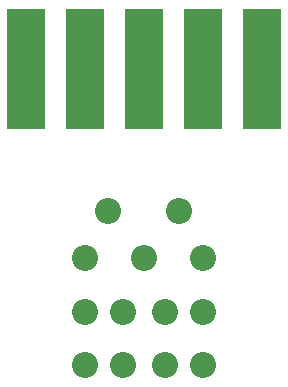
<source format=gbs>
G04*
G04 #@! TF.GenerationSoftware,Altium Limited,Altium Designer,21.3.2 (30)*
G04*
G04 Layer_Color=16711935*
%FSLAX25Y25*%
%MOIN*%
G70*
G04*
G04 #@! TF.SameCoordinates,B7D7C0A0-A55D-4CC8-836F-116C6F14137B*
G04*
G04*
G04 #@! TF.FilePolarity,Negative*
G04*
G01*
G75*
%ADD16R,0.12611X0.40170*%
%ADD17C,0.08674*%
D16*
X25591Y129921D02*
D03*
X64961D02*
D03*
X45276D02*
D03*
X84646D02*
D03*
X5906D02*
D03*
D17*
X64961Y66929D02*
D03*
X57087Y82677D02*
D03*
X45276Y66929D02*
D03*
X33465Y82677D02*
D03*
X25591Y66929D02*
D03*
X64961Y31496D02*
D03*
X52165D02*
D03*
X38386D02*
D03*
X25591D02*
D03*
X64961Y49213D02*
D03*
X52165D02*
D03*
X38386D02*
D03*
X25591D02*
D03*
M02*

</source>
